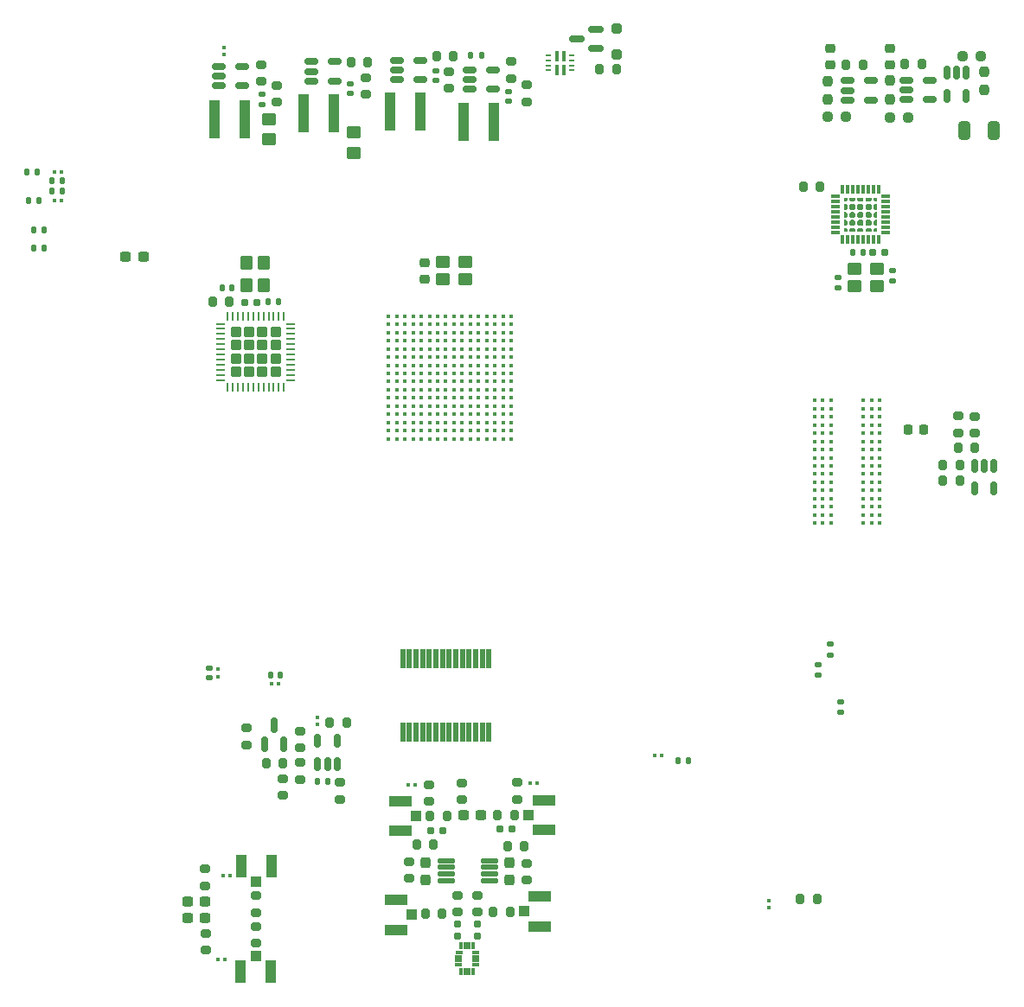
<source format=gbr>
G04 #@! TF.GenerationSoftware,KiCad,Pcbnew,9.0.3-9.0.3-0~ubuntu24.04.1*
G04 #@! TF.CreationDate,2025-07-25T17:12:13+02:00*
G04 #@! TF.ProjectId,acoustic-carrier-board,61636f75-7374-4696-932d-636172726965,rev?*
G04 #@! TF.SameCoordinates,Original*
G04 #@! TF.FileFunction,Paste,Top*
G04 #@! TF.FilePolarity,Positive*
%FSLAX46Y46*%
G04 Gerber Fmt 4.6, Leading zero omitted, Abs format (unit mm)*
G04 Created by KiCad (PCBNEW 9.0.3-9.0.3-0~ubuntu24.04.1) date 2025-07-25 17:12:13*
%MOMM*%
%LPD*%
G01*
G04 APERTURE LIST*
G04 Aperture macros list*
%AMRoundRect*
0 Rectangle with rounded corners*
0 $1 Rounding radius*
0 $2 $3 $4 $5 $6 $7 $8 $9 X,Y pos of 4 corners*
0 Add a 4 corners polygon primitive as box body*
4,1,4,$2,$3,$4,$5,$6,$7,$8,$9,$2,$3,0*
0 Add four circle primitives for the rounded corners*
1,1,$1+$1,$2,$3*
1,1,$1+$1,$4,$5*
1,1,$1+$1,$6,$7*
1,1,$1+$1,$8,$9*
0 Add four rect primitives between the rounded corners*
20,1,$1+$1,$2,$3,$4,$5,0*
20,1,$1+$1,$4,$5,$6,$7,0*
20,1,$1+$1,$6,$7,$8,$9,0*
20,1,$1+$1,$8,$9,$2,$3,0*%
G04 Aperture macros list end*
%ADD10C,0.000000*%
%ADD11RoundRect,0.200000X0.200000X0.275000X-0.200000X0.275000X-0.200000X-0.275000X0.200000X-0.275000X0*%
%ADD12RoundRect,0.150000X-0.512500X-0.150000X0.512500X-0.150000X0.512500X0.150000X-0.512500X0.150000X0*%
%ADD13RoundRect,0.237500X0.237500X-0.300000X0.237500X0.300000X-0.237500X0.300000X-0.237500X-0.300000X0*%
%ADD14RoundRect,0.237500X-0.300000X-0.237500X0.300000X-0.237500X0.300000X0.237500X-0.300000X0.237500X0*%
%ADD15RoundRect,0.135000X-0.185000X0.135000X-0.185000X-0.135000X0.185000X-0.135000X0.185000X0.135000X0*%
%ADD16RoundRect,0.140000X0.170000X-0.140000X0.170000X0.140000X-0.170000X0.140000X-0.170000X-0.140000X0*%
%ADD17RoundRect,0.135000X-0.135000X-0.185000X0.135000X-0.185000X0.135000X0.185000X-0.135000X0.185000X0*%
%ADD18RoundRect,0.010000X-0.225000X0.875000X-0.225000X-0.875000X0.225000X-0.875000X0.225000X0.875000X0*%
%ADD19RoundRect,0.150000X0.587500X0.150000X-0.587500X0.150000X-0.587500X-0.150000X0.587500X-0.150000X0*%
%ADD20RoundRect,0.200000X-0.275000X0.200000X-0.275000X-0.200000X0.275000X-0.200000X0.275000X0.200000X0*%
%ADD21RoundRect,0.135000X0.135000X0.185000X-0.135000X0.185000X-0.135000X-0.185000X0.135000X-0.185000X0*%
%ADD22RoundRect,0.079500X-0.079500X-0.100500X0.079500X-0.100500X0.079500X0.100500X-0.079500X0.100500X0*%
%ADD23C,0.410000*%
%ADD24RoundRect,0.200000X-0.200000X-0.275000X0.200000X-0.275000X0.200000X0.275000X-0.200000X0.275000X0*%
%ADD25RoundRect,0.160000X0.197500X0.160000X-0.197500X0.160000X-0.197500X-0.160000X0.197500X-0.160000X0*%
%ADD26RoundRect,0.200000X0.275000X-0.200000X0.275000X0.200000X-0.275000X0.200000X-0.275000X-0.200000X0*%
%ADD27RoundRect,0.135000X0.185000X-0.135000X0.185000X0.135000X-0.185000X0.135000X-0.185000X-0.135000X0*%
%ADD28RoundRect,0.250000X-0.450000X0.350000X-0.450000X-0.350000X0.450000X-0.350000X0.450000X0.350000X0*%
%ADD29RoundRect,0.237500X0.250000X0.237500X-0.250000X0.237500X-0.250000X-0.237500X0.250000X-0.237500X0*%
%ADD30RoundRect,0.237500X-0.250000X-0.237500X0.250000X-0.237500X0.250000X0.237500X-0.250000X0.237500X0*%
%ADD31RoundRect,0.218750X-0.256250X0.218750X-0.256250X-0.218750X0.256250X-0.218750X0.256250X0.218750X0*%
%ADD32RoundRect,0.079500X0.079500X0.100500X-0.079500X0.100500X-0.079500X-0.100500X0.079500X-0.100500X0*%
%ADD33RoundRect,0.079500X0.100500X-0.079500X0.100500X0.079500X-0.100500X0.079500X-0.100500X-0.079500X0*%
%ADD34R,1.100000X3.700000*%
%ADD35RoundRect,0.237500X0.300000X0.237500X-0.300000X0.237500X-0.300000X-0.237500X0.300000X-0.237500X0*%
%ADD36RoundRect,0.237500X0.237500X-0.250000X0.237500X0.250000X-0.237500X0.250000X-0.237500X-0.250000X0*%
%ADD37RoundRect,0.150000X-0.150000X0.512500X-0.150000X-0.512500X0.150000X-0.512500X0.150000X0.512500X0*%
%ADD38R,1.000000X1.050000*%
%ADD39R,1.050000X2.200000*%
%ADD40RoundRect,0.218750X-0.218750X-0.256250X0.218750X-0.256250X0.218750X0.256250X-0.218750X0.256250X0*%
%ADD41RoundRect,0.250000X-0.270000X-0.270000X0.270000X-0.270000X0.270000X0.270000X-0.270000X0.270000X0*%
%ADD42RoundRect,0.062500X-0.375000X-0.062500X0.375000X-0.062500X0.375000X0.062500X-0.375000X0.062500X0*%
%ADD43RoundRect,0.062500X-0.062500X-0.375000X0.062500X-0.375000X0.062500X0.375000X-0.062500X0.375000X0*%
%ADD44R,1.050000X1.000000*%
%ADD45R,2.200000X1.050000*%
%ADD46RoundRect,0.237500X-0.237500X0.250000X-0.237500X-0.250000X0.237500X-0.250000X0.237500X0.250000X0*%
%ADD47RoundRect,0.140000X0.140000X0.170000X-0.140000X0.170000X-0.140000X-0.170000X0.140000X-0.170000X0*%
%ADD48RoundRect,0.250000X0.450000X0.350000X-0.450000X0.350000X-0.450000X-0.350000X0.450000X-0.350000X0*%
%ADD49RoundRect,0.250000X0.325000X0.650000X-0.325000X0.650000X-0.325000X-0.650000X0.325000X-0.650000X0*%
%ADD50R,0.399999X1.050000*%
%ADD51R,0.599999X0.200000*%
%ADD52RoundRect,0.150000X0.150000X-0.512500X0.150000X0.512500X-0.150000X0.512500X-0.150000X-0.512500X0*%
%ADD53RoundRect,0.010000X-0.406400X0.127000X-0.406400X-0.127000X0.406400X-0.127000X0.406400X0.127000X0*%
%ADD54RoundRect,0.010000X0.127000X0.406400X-0.127000X0.406400X-0.127000X-0.406400X0.127000X-0.406400X0*%
%ADD55RoundRect,0.140000X-0.140000X-0.170000X0.140000X-0.170000X0.140000X0.170000X-0.140000X0.170000X0*%
%ADD56RoundRect,0.045625X0.305375X0.136875X-0.305375X0.136875X-0.305375X-0.136875X0.305375X-0.136875X0*%
%ADD57RoundRect,0.045000X0.256500X0.135000X-0.256500X0.135000X-0.256500X-0.135000X0.256500X-0.135000X0*%
%ADD58RoundRect,0.045000X-0.135000X0.256500X-0.135000X-0.256500X0.135000X-0.256500X0.135000X0.256500X0*%
%ADD59RoundRect,0.250000X-0.250000X0.250000X-0.250000X-0.250000X0.250000X-0.250000X0.250000X0.250000X0*%
%ADD60RoundRect,0.237500X-0.237500X0.300000X-0.237500X-0.300000X0.237500X-0.300000X0.237500X0.300000X0*%
%ADD61RoundRect,0.225000X0.250000X-0.225000X0.250000X0.225000X-0.250000X0.225000X-0.250000X-0.225000X0*%
%ADD62RoundRect,0.165000X0.165000X-0.202500X0.165000X0.202500X-0.165000X0.202500X-0.165000X-0.202500X0*%
%ADD63RoundRect,0.160000X-0.197500X-0.160000X0.197500X-0.160000X0.197500X0.160000X-0.197500X0.160000X0*%
%ADD64RoundRect,0.125500X0.688000X0.125500X-0.688000X0.125500X-0.688000X-0.125500X0.688000X-0.125500X0*%
%ADD65C,0.406000*%
%ADD66RoundRect,0.250000X-0.350000X0.450000X-0.350000X-0.450000X0.350000X-0.450000X0.350000X0.450000X0*%
%ADD67RoundRect,0.160000X0.160000X-0.197500X0.160000X0.197500X-0.160000X0.197500X-0.160000X-0.197500X0*%
%ADD68RoundRect,0.150000X0.150000X-0.587500X0.150000X0.587500X-0.150000X0.587500X-0.150000X-0.587500X0*%
G04 APERTURE END LIST*
D10*
G36*
X127817800Y-70485479D02*
G01*
X127676379Y-70626900D01*
X127472030Y-70626900D01*
X127472030Y-70281130D01*
X127817800Y-70281130D01*
X127817800Y-70485479D01*
G37*
G36*
X127817800Y-73330521D02*
G01*
X127817800Y-73534870D01*
X127472030Y-73534870D01*
X127472030Y-73189100D01*
X127676379Y-73189100D01*
X127817800Y-73330521D01*
G37*
G36*
X130725770Y-70626900D02*
G01*
X130521421Y-70626900D01*
X130380000Y-70485479D01*
X130380000Y-70281130D01*
X130725770Y-70281130D01*
X130725770Y-70626900D01*
G37*
G36*
X130725770Y-73534870D02*
G01*
X130380000Y-73534870D01*
X130380000Y-73330521D01*
X130521421Y-73189100D01*
X130725770Y-73189100D01*
X130725770Y-73534870D01*
G37*
G36*
X127817800Y-70968321D02*
G01*
X127817800Y-71272879D01*
X127676379Y-71414300D01*
X127472030Y-71414300D01*
X127472030Y-70826900D01*
X127676379Y-70826900D01*
X127817800Y-70968321D01*
G37*
G36*
X127817800Y-71755721D02*
G01*
X127817800Y-72060279D01*
X127676379Y-72201700D01*
X127472030Y-72201700D01*
X127472030Y-71614300D01*
X127676379Y-71614300D01*
X127817800Y-71755721D01*
G37*
G36*
X127817800Y-72543121D02*
G01*
X127817800Y-72847679D01*
X127676379Y-72989100D01*
X127472030Y-72989100D01*
X127472030Y-72401700D01*
X127676379Y-72401700D01*
X127817800Y-72543121D01*
G37*
G36*
X128605200Y-70485479D02*
G01*
X128463779Y-70626900D01*
X128159221Y-70626900D01*
X128017800Y-70485479D01*
X128017800Y-70281130D01*
X128605200Y-70281130D01*
X128605200Y-70485479D01*
G37*
G36*
X128605200Y-73330521D02*
G01*
X128605200Y-73534870D01*
X128017800Y-73534870D01*
X128017800Y-73330521D01*
X128159221Y-73189100D01*
X128463779Y-73189100D01*
X128605200Y-73330521D01*
G37*
G36*
X129392600Y-70485479D02*
G01*
X129251179Y-70626900D01*
X128946621Y-70626900D01*
X128805200Y-70485479D01*
X128805200Y-70281130D01*
X129392600Y-70281130D01*
X129392600Y-70485479D01*
G37*
G36*
X129392600Y-73330521D02*
G01*
X129392600Y-73534870D01*
X128805200Y-73534870D01*
X128805200Y-73330521D01*
X128946621Y-73189100D01*
X129251179Y-73189100D01*
X129392600Y-73330521D01*
G37*
G36*
X130180000Y-70485479D02*
G01*
X130038579Y-70626900D01*
X129734021Y-70626900D01*
X129592600Y-70485479D01*
X129592600Y-70281130D01*
X130180000Y-70281130D01*
X130180000Y-70485479D01*
G37*
G36*
X130180000Y-73330521D02*
G01*
X130180000Y-73534870D01*
X129592600Y-73534870D01*
X129592600Y-73330521D01*
X129734021Y-73189100D01*
X130038579Y-73189100D01*
X130180000Y-73330521D01*
G37*
G36*
X130725770Y-71414300D02*
G01*
X130521421Y-71414300D01*
X130380000Y-71272879D01*
X130380000Y-70968321D01*
X130521421Y-70826900D01*
X130725770Y-70826900D01*
X130725770Y-71414300D01*
G37*
G36*
X130725770Y-72201700D02*
G01*
X130521421Y-72201700D01*
X130380000Y-72060279D01*
X130380000Y-71755721D01*
X130521421Y-71614300D01*
X130725770Y-71614300D01*
X130725770Y-72201700D01*
G37*
G36*
X130725770Y-72989100D02*
G01*
X130521421Y-72989100D01*
X130380000Y-72847679D01*
X130380000Y-72543121D01*
X130521421Y-72401700D01*
X130725770Y-72401700D01*
X130725770Y-72989100D01*
G37*
G36*
X128605200Y-70968321D02*
G01*
X128605200Y-71272879D01*
X128463779Y-71414300D01*
X128159221Y-71414300D01*
X128017800Y-71272879D01*
X128017800Y-70968321D01*
X128159221Y-70826900D01*
X128463779Y-70826900D01*
X128605200Y-70968321D01*
G37*
G36*
X128605200Y-71755721D02*
G01*
X128605200Y-72060279D01*
X128463779Y-72201700D01*
X128159221Y-72201700D01*
X128017800Y-72060279D01*
X128017800Y-71755721D01*
X128159221Y-71614300D01*
X128463779Y-71614300D01*
X128605200Y-71755721D01*
G37*
G36*
X128605200Y-72543121D02*
G01*
X128605200Y-72847679D01*
X128463779Y-72989100D01*
X128159221Y-72989100D01*
X128017800Y-72847679D01*
X128017800Y-72543121D01*
X128159221Y-72401700D01*
X128463779Y-72401700D01*
X128605200Y-72543121D01*
G37*
G36*
X129392600Y-70968321D02*
G01*
X129392600Y-71272879D01*
X129251179Y-71414300D01*
X128946621Y-71414300D01*
X128805200Y-71272879D01*
X128805200Y-70968321D01*
X128946621Y-70826900D01*
X129251179Y-70826900D01*
X129392600Y-70968321D01*
G37*
G36*
X129392600Y-71755721D02*
G01*
X129392600Y-72060279D01*
X129251179Y-72201700D01*
X128946621Y-72201700D01*
X128805200Y-72060279D01*
X128805200Y-71755721D01*
X128946621Y-71614300D01*
X129251179Y-71614300D01*
X129392600Y-71755721D01*
G37*
G36*
X129392600Y-72543121D02*
G01*
X129392600Y-72847679D01*
X129251179Y-72989100D01*
X128946621Y-72989100D01*
X128805200Y-72847679D01*
X128805200Y-72543121D01*
X128946621Y-72401700D01*
X129251179Y-72401700D01*
X129392600Y-72543121D01*
G37*
G36*
X130180000Y-70968321D02*
G01*
X130180000Y-71272879D01*
X130038579Y-71414300D01*
X129734021Y-71414300D01*
X129592600Y-71272879D01*
X129592600Y-70968321D01*
X129734021Y-70826900D01*
X130038579Y-70826900D01*
X130180000Y-70968321D01*
G37*
G36*
X130180000Y-71755721D02*
G01*
X130180000Y-72060279D01*
X130038579Y-72201700D01*
X129734021Y-72201700D01*
X129592600Y-72060279D01*
X129592600Y-71755721D01*
X129734021Y-71614300D01*
X130038579Y-71614300D01*
X130180000Y-71755721D01*
G37*
G36*
X130180000Y-72543121D02*
G01*
X130180000Y-72847679D01*
X130038579Y-72989100D01*
X129734021Y-72989100D01*
X129592600Y-72847679D01*
X129592600Y-72543121D01*
X129734021Y-72401700D01*
X130038579Y-72401700D01*
X130180000Y-72543121D01*
G37*
D11*
X89230000Y-56365000D03*
X87580000Y-56365000D03*
D12*
X133617500Y-58730000D03*
X133617500Y-59680000D03*
X133617500Y-60630000D03*
X135892500Y-60630000D03*
X135892500Y-58730000D03*
D13*
X86517500Y-137092500D03*
X86517500Y-135367500D03*
D14*
X63195000Y-139215000D03*
X64920000Y-139215000D03*
D15*
X127190000Y-119610000D03*
X127190000Y-120630000D03*
D16*
X79155000Y-60045000D03*
X79155000Y-59085000D03*
D17*
X49910000Y-69610000D03*
X50930000Y-69610000D03*
D18*
X92735000Y-115410000D03*
X92085000Y-115410000D03*
X91435000Y-115410000D03*
X90785000Y-115410000D03*
X90135000Y-115410000D03*
X89485000Y-115410000D03*
X88835000Y-115410000D03*
X88185000Y-115410000D03*
X87535000Y-115410000D03*
X86885000Y-115410000D03*
X86235000Y-115410000D03*
X85585000Y-115410000D03*
X84935000Y-115410000D03*
X84285000Y-115410000D03*
X84285000Y-122610000D03*
X84935000Y-122610000D03*
X85585000Y-122610000D03*
X86235000Y-122610000D03*
X86885000Y-122610000D03*
X87535000Y-122610000D03*
X88185000Y-122610000D03*
X88835000Y-122610000D03*
X89485000Y-122610000D03*
X90135000Y-122610000D03*
X90785000Y-122610000D03*
X91435000Y-122610000D03*
X92085000Y-122610000D03*
X92735000Y-122610000D03*
D19*
X103227502Y-55629999D03*
X103227502Y-53729999D03*
X101352502Y-54679999D03*
D16*
X70505000Y-61095000D03*
X70505000Y-60135000D03*
D20*
X95525000Y-127535000D03*
X95525000Y-129185000D03*
D21*
X91980000Y-56270000D03*
X90960000Y-56270000D03*
D22*
X66685000Y-136680000D03*
X67375000Y-136680000D03*
D23*
X82900000Y-81850000D03*
X83700000Y-81850000D03*
X84500000Y-81850000D03*
X85300000Y-81850000D03*
X86100000Y-81850000D03*
X86900000Y-81850000D03*
X87700000Y-81850000D03*
X88500000Y-81850000D03*
X89300000Y-81850000D03*
X90100000Y-81850000D03*
X90900000Y-81850000D03*
X91700000Y-81850000D03*
X92500000Y-81850000D03*
X93300000Y-81850000D03*
X94100000Y-81850000D03*
X94900000Y-81850000D03*
X82900000Y-82650000D03*
X83700000Y-82650000D03*
X84500000Y-82650000D03*
X85300000Y-82650000D03*
X86100000Y-82650000D03*
X86900000Y-82650000D03*
X87700000Y-82650000D03*
X88500000Y-82650000D03*
X89300000Y-82650000D03*
X90100000Y-82650000D03*
X90900000Y-82650000D03*
X91700000Y-82650000D03*
X92500000Y-82650000D03*
X93300000Y-82650000D03*
X94100000Y-82650000D03*
X94900000Y-82650000D03*
X82900000Y-83450000D03*
X83700000Y-83450000D03*
X84500000Y-83450000D03*
X85300000Y-83450000D03*
X86100000Y-83450000D03*
X86900000Y-83450000D03*
X87700000Y-83450000D03*
X88500000Y-83450000D03*
X89300000Y-83450000D03*
X90100000Y-83450000D03*
X90900000Y-83450000D03*
X91700000Y-83450000D03*
X92500000Y-83450000D03*
X93300000Y-83450000D03*
X94100000Y-83450000D03*
X94900000Y-83450000D03*
X82900000Y-84250000D03*
X83700000Y-84250000D03*
X84500000Y-84250000D03*
X85300000Y-84250000D03*
X86100000Y-84250000D03*
X86900000Y-84250000D03*
X87700000Y-84250000D03*
X88500000Y-84250000D03*
X89300000Y-84250000D03*
X90100000Y-84250000D03*
X90900000Y-84250000D03*
X91700000Y-84250000D03*
X92500000Y-84250000D03*
X93300000Y-84250000D03*
X94100000Y-84250000D03*
X94900000Y-84250000D03*
X82900000Y-85050000D03*
X83700000Y-85050000D03*
X84500000Y-85050000D03*
X85300000Y-85050000D03*
X86100000Y-85050000D03*
X86900000Y-85050000D03*
X87700000Y-85050000D03*
X88500000Y-85050000D03*
X89300000Y-85050000D03*
X90100000Y-85050000D03*
X90900000Y-85050000D03*
X91700000Y-85050000D03*
X92500000Y-85050000D03*
X93300000Y-85050000D03*
X94100000Y-85050000D03*
X94900000Y-85050000D03*
X82900000Y-85850000D03*
X83700000Y-85850000D03*
X84500000Y-85850000D03*
X85300000Y-85850000D03*
X86100000Y-85850000D03*
X86900000Y-85850000D03*
X87700000Y-85850000D03*
X88500000Y-85850000D03*
X89300000Y-85850000D03*
X90100000Y-85850000D03*
X90900000Y-85850000D03*
X91700000Y-85850000D03*
X92500000Y-85850000D03*
X93300000Y-85850000D03*
X94100000Y-85850000D03*
X94900000Y-85850000D03*
X82900000Y-86650000D03*
X83700000Y-86650000D03*
X84500000Y-86650000D03*
X85300000Y-86650000D03*
X86100000Y-86650000D03*
X86900000Y-86650000D03*
X87700000Y-86650000D03*
X88500000Y-86650000D03*
X89300000Y-86650000D03*
X90100000Y-86650000D03*
X90900000Y-86650000D03*
X91700000Y-86650000D03*
X92500000Y-86650000D03*
X93300000Y-86650000D03*
X94100000Y-86650000D03*
X94900000Y-86650000D03*
X82900000Y-87450000D03*
X83700000Y-87450000D03*
X84500000Y-87450000D03*
X85300000Y-87450000D03*
X86100000Y-87450000D03*
X86900000Y-87450000D03*
X87700000Y-87450000D03*
X88500000Y-87450000D03*
X89300000Y-87450000D03*
X90100000Y-87450000D03*
X90900000Y-87450000D03*
X91700000Y-87450000D03*
X92500000Y-87450000D03*
X93300000Y-87450000D03*
X94100000Y-87450000D03*
X94900000Y-87450000D03*
X82900000Y-88250000D03*
X83700000Y-88250000D03*
X84500000Y-88250000D03*
X85300000Y-88250000D03*
X86100000Y-88250000D03*
X86900000Y-88250000D03*
X87700000Y-88250000D03*
X88500000Y-88250000D03*
X89300000Y-88250000D03*
X90100000Y-88250000D03*
X90900000Y-88250000D03*
X91700000Y-88250000D03*
X92500000Y-88250000D03*
X93300000Y-88250000D03*
X94100000Y-88250000D03*
X94900000Y-88250000D03*
X82900000Y-89050000D03*
X83700000Y-89050000D03*
X84500000Y-89050000D03*
X85300000Y-89050000D03*
X86100000Y-89050000D03*
X86900000Y-89050000D03*
X87700000Y-89050000D03*
X88500000Y-89050000D03*
X89300000Y-89050000D03*
X90100000Y-89050000D03*
X90900000Y-89050000D03*
X91700000Y-89050000D03*
X92500000Y-89050000D03*
X93300000Y-89050000D03*
X94100000Y-89050000D03*
X94900000Y-89050000D03*
X82900000Y-89850000D03*
X83700000Y-89850000D03*
X84500000Y-89850000D03*
X85300000Y-89850000D03*
X86100000Y-89850000D03*
X86900000Y-89850000D03*
X87700000Y-89850000D03*
X88500000Y-89850000D03*
X89300000Y-89850000D03*
X90100000Y-89850000D03*
X90900000Y-89850000D03*
X91700000Y-89850000D03*
X92500000Y-89850000D03*
X93300000Y-89850000D03*
X94100000Y-89850000D03*
X94900000Y-89850000D03*
X82900000Y-90650000D03*
X83700000Y-90650000D03*
X84500000Y-90650000D03*
X85300000Y-90650000D03*
X86100000Y-90650000D03*
X86900000Y-90650000D03*
X87700000Y-90650000D03*
X88500000Y-90650000D03*
X89300000Y-90650000D03*
X90100000Y-90650000D03*
X90900000Y-90650000D03*
X91700000Y-90650000D03*
X92500000Y-90650000D03*
X93300000Y-90650000D03*
X94100000Y-90650000D03*
X94900000Y-90650000D03*
X82900000Y-91450000D03*
X83700000Y-91450000D03*
X84500000Y-91450000D03*
X85300000Y-91450000D03*
X86100000Y-91450000D03*
X86900000Y-91450000D03*
X87700000Y-91450000D03*
X88500000Y-91450000D03*
X89300000Y-91450000D03*
X90100000Y-91450000D03*
X90900000Y-91450000D03*
X91700000Y-91450000D03*
X92500000Y-91450000D03*
X93300000Y-91450000D03*
X94100000Y-91450000D03*
X94900000Y-91450000D03*
X82900000Y-92250000D03*
X83700000Y-92250000D03*
X84500000Y-92250000D03*
X85300000Y-92250000D03*
X86100000Y-92250000D03*
X86900000Y-92250000D03*
X87700000Y-92250000D03*
X88500000Y-92250000D03*
X89300000Y-92250000D03*
X90100000Y-92250000D03*
X90900000Y-92250000D03*
X91700000Y-92250000D03*
X92500000Y-92250000D03*
X93300000Y-92250000D03*
X94100000Y-92250000D03*
X94900000Y-92250000D03*
X82900000Y-93050000D03*
X83700000Y-93050000D03*
X84500000Y-93050000D03*
X85300000Y-93050000D03*
X86100000Y-93050000D03*
X86900000Y-93050000D03*
X87700000Y-93050000D03*
X88500000Y-93050000D03*
X89300000Y-93050000D03*
X90100000Y-93050000D03*
X90900000Y-93050000D03*
X91700000Y-93050000D03*
X92500000Y-93050000D03*
X93300000Y-93050000D03*
X94100000Y-93050000D03*
X94900000Y-93050000D03*
X82900000Y-93850000D03*
X83700000Y-93850000D03*
X84500000Y-93850000D03*
X85300000Y-93850000D03*
X86100000Y-93850000D03*
X86900000Y-93850000D03*
X87700000Y-93850000D03*
X88500000Y-93850000D03*
X89300000Y-93850000D03*
X90100000Y-93850000D03*
X90900000Y-93850000D03*
X91700000Y-93850000D03*
X92500000Y-93850000D03*
X93300000Y-93850000D03*
X94100000Y-93850000D03*
X94900000Y-93850000D03*
D24*
X77150000Y-121667500D03*
X78800000Y-121667500D03*
D25*
X70040000Y-80485000D03*
X68845000Y-80485000D03*
D26*
X74265000Y-124115000D03*
X74265000Y-122465000D03*
D27*
X124990000Y-117010000D03*
X124990000Y-115990000D03*
D28*
X79480000Y-63850000D03*
X79480000Y-65850000D03*
D11*
X138800000Y-96400000D03*
X137150000Y-96400000D03*
D21*
X129330000Y-75613000D03*
X128310000Y-75613000D03*
D17*
X47660000Y-70480000D03*
X48680000Y-70480000D03*
D11*
X94785000Y-140180000D03*
X93135000Y-140180000D03*
D24*
X137150000Y-97950000D03*
X138800000Y-97950000D03*
D29*
X127692500Y-62325000D03*
X125867500Y-62325000D03*
D11*
X125155000Y-69150000D03*
X123505000Y-69150000D03*
D22*
X108935000Y-124880000D03*
X109625000Y-124880000D03*
D30*
X139055000Y-56337500D03*
X140880000Y-56337500D03*
D12*
X66280000Y-57395000D03*
X66280000Y-58345000D03*
X66280000Y-59295000D03*
X68555000Y-59295000D03*
X68555000Y-57395000D03*
D31*
X131955000Y-55625000D03*
X131955000Y-57200000D03*
D20*
X140275000Y-91650000D03*
X140275000Y-93300000D03*
D24*
X127667500Y-57225000D03*
X129317500Y-57225000D03*
D11*
X72590000Y-125620000D03*
X70940000Y-125620000D03*
D32*
X50875000Y-67720000D03*
X50185000Y-67720000D03*
D17*
X47520000Y-67680000D03*
X48540000Y-67680000D03*
D20*
X96417500Y-135417500D03*
X96417500Y-137067500D03*
D12*
X75317500Y-56915000D03*
X75317500Y-57865000D03*
X75317500Y-58815000D03*
X77592500Y-58815000D03*
X77592500Y-56915000D03*
D20*
X91600000Y-138565000D03*
X91600000Y-140215000D03*
D33*
X120120000Y-139745000D03*
X120120000Y-139055000D03*
D26*
X138675000Y-93260000D03*
X138675000Y-91610000D03*
D34*
X90205000Y-62815000D03*
X93205000Y-62815000D03*
D17*
X49900000Y-68600000D03*
X50920000Y-68600000D03*
D25*
X94982500Y-132110000D03*
X93787500Y-132110000D03*
D11*
X96210000Y-133760000D03*
X94560000Y-133760000D03*
D35*
X58902500Y-76020000D03*
X57177500Y-76020000D03*
D17*
X48180000Y-75180000D03*
X49200000Y-75180000D03*
D16*
X132230000Y-78350000D03*
X132230000Y-77390000D03*
D20*
X69930000Y-141605000D03*
X69930000Y-143255000D03*
D16*
X65310000Y-117242500D03*
X65310000Y-116282500D03*
D31*
X126167500Y-55650000D03*
X126167500Y-57225000D03*
D34*
X65855000Y-62570000D03*
X68855000Y-62570000D03*
D36*
X131955000Y-60612500D03*
X131955000Y-58787500D03*
D37*
X142175000Y-96475000D03*
X141225000Y-96475000D03*
X140275000Y-96475000D03*
X140275000Y-98750000D03*
X142175000Y-98750000D03*
D38*
X69960000Y-137235000D03*
D39*
X68485000Y-135710000D03*
X71435000Y-135710000D03*
D11*
X67335000Y-80400000D03*
X65685000Y-80400000D03*
D40*
X133734750Y-92967750D03*
X135309750Y-92967750D03*
D22*
X66215000Y-144830000D03*
X66905000Y-144830000D03*
D27*
X126130000Y-115010000D03*
X126130000Y-113990000D03*
D41*
X67970000Y-83400000D03*
X67970000Y-84690000D03*
X67970000Y-85980000D03*
X67970000Y-87270000D03*
X69260000Y-83400000D03*
X69260000Y-84690000D03*
X69260000Y-85980000D03*
X69260000Y-87270000D03*
X70550000Y-83400000D03*
X70550000Y-84690000D03*
X70550000Y-85980000D03*
X70550000Y-87270000D03*
X71840000Y-83400000D03*
X71840000Y-84690000D03*
X71840000Y-85980000D03*
X71840000Y-87270000D03*
D42*
X66467500Y-82585000D03*
X66467500Y-83085000D03*
X66467500Y-83585000D03*
X66467500Y-84085000D03*
X66467500Y-84585000D03*
X66467500Y-85085000D03*
X66467500Y-85585000D03*
X66467500Y-86085000D03*
X66467500Y-86585000D03*
X66467500Y-87085000D03*
X66467500Y-87585000D03*
X66467500Y-88085000D03*
D43*
X67155000Y-88772500D03*
X67655000Y-88772500D03*
X68155000Y-88772500D03*
X68655000Y-88772500D03*
X69155000Y-88772500D03*
X69655000Y-88772500D03*
X70155000Y-88772500D03*
X70655000Y-88772500D03*
X71155000Y-88772500D03*
X71655000Y-88772500D03*
X72155000Y-88772500D03*
X72655000Y-88772500D03*
D42*
X73342500Y-88085000D03*
X73342500Y-87585000D03*
X73342500Y-87085000D03*
X73342500Y-86585000D03*
X73342500Y-86085000D03*
X73342500Y-85585000D03*
X73342500Y-85085000D03*
X73342500Y-84585000D03*
X73342500Y-84085000D03*
X73342500Y-83585000D03*
X73342500Y-83085000D03*
X73342500Y-82585000D03*
D43*
X72655000Y-81897500D03*
X72155000Y-81897500D03*
X71655000Y-81897500D03*
X71155000Y-81897500D03*
X70655000Y-81897500D03*
X70155000Y-81897500D03*
X69655000Y-81897500D03*
X69155000Y-81897500D03*
X68655000Y-81897500D03*
X68155000Y-81897500D03*
X67655000Y-81897500D03*
X67155000Y-81897500D03*
D44*
X96135000Y-140130000D03*
D45*
X97660000Y-138655000D03*
X97660000Y-141605000D03*
D46*
X141217500Y-57875000D03*
X141217500Y-59700000D03*
D16*
X126910000Y-79043000D03*
X126910000Y-78083000D03*
D47*
X72110000Y-80400000D03*
X71150000Y-80400000D03*
D48*
X130710000Y-77163000D03*
X128510000Y-77163000D03*
X128510000Y-78863000D03*
X130710000Y-78863000D03*
D49*
X142175000Y-63640000D03*
X139225000Y-63640000D03*
D50*
X99375002Y-57695000D03*
X100075001Y-57695000D03*
D51*
X100850000Y-57770001D03*
X100850000Y-57270000D03*
X100850000Y-56770000D03*
X100850000Y-56269999D03*
D50*
X100075001Y-56345000D03*
X99375002Y-56345000D03*
D51*
X98550002Y-56269999D03*
X98550002Y-56770000D03*
X98550002Y-57270000D03*
X98550002Y-57770001D03*
D29*
X133767500Y-62400000D03*
X131942500Y-62400000D03*
D44*
X85572500Y-130800000D03*
D45*
X84047500Y-132275000D03*
X84047500Y-129325000D03*
D11*
X140320000Y-94755000D03*
X138670000Y-94755000D03*
D26*
X94930000Y-58540000D03*
X94930000Y-56890000D03*
D20*
X89630000Y-138575000D03*
X89630000Y-140225000D03*
D11*
X80867500Y-57010000D03*
X79217500Y-57010000D03*
D47*
X72325000Y-116977500D03*
X71365000Y-116977500D03*
D52*
X75975000Y-125712500D03*
X76925000Y-125712500D03*
X77875000Y-125712500D03*
X77875000Y-123437500D03*
X75975000Y-123437500D03*
D14*
X90222500Y-130745000D03*
X91947500Y-130745000D03*
D44*
X85162500Y-140460000D03*
D45*
X83637500Y-141935000D03*
X83637500Y-138985000D03*
D53*
X131550000Y-73686000D03*
X131550000Y-73178000D03*
X131550000Y-72670000D03*
X131550000Y-72162000D03*
X131550000Y-71654000D03*
X131550000Y-71146000D03*
X131550000Y-70638000D03*
X131550000Y-70130000D03*
D54*
X130876900Y-69456900D03*
X130368900Y-69456900D03*
X129860900Y-69456900D03*
X129352900Y-69456900D03*
X128844900Y-69456900D03*
X128336900Y-69456900D03*
X127828900Y-69456900D03*
X127320900Y-69456900D03*
D53*
X126647800Y-70130000D03*
X126647800Y-70638000D03*
X126647800Y-71146000D03*
X126647800Y-71654000D03*
X126647800Y-72162000D03*
X126647800Y-72670000D03*
X126647800Y-73178000D03*
X126647800Y-73686000D03*
D54*
X127320900Y-74359100D03*
X127828900Y-74359100D03*
X128336900Y-74359100D03*
X128844900Y-74359100D03*
X129352900Y-74359100D03*
X129860900Y-74359100D03*
X130368900Y-74359100D03*
X130876900Y-74359100D03*
D21*
X112290000Y-125390000D03*
X111270000Y-125390000D03*
D55*
X66580000Y-79090000D03*
X67540000Y-79090000D03*
D20*
X88817500Y-57860000D03*
X88817500Y-59510000D03*
D37*
X139467500Y-58012500D03*
X138517500Y-58012500D03*
X137567500Y-58012500D03*
X137567500Y-60287500D03*
X139467500Y-60287500D03*
D26*
X64930000Y-137655000D03*
X64930000Y-136005000D03*
D56*
X89796500Y-144160000D03*
D57*
X89746500Y-144560000D03*
X89746500Y-144960000D03*
X89746500Y-145360000D03*
D58*
X89991500Y-146005000D03*
X90391500Y-146005000D03*
X90791500Y-146005000D03*
X91191500Y-146005000D03*
D57*
X91436500Y-145360000D03*
X91436500Y-144960000D03*
X91436500Y-144560000D03*
X91436500Y-144160000D03*
D58*
X91191500Y-143515000D03*
X90791500Y-143515000D03*
X90391500Y-143515000D03*
X89991500Y-143515000D03*
D59*
X105230000Y-53682500D03*
X105230000Y-56182500D03*
D26*
X69015000Y-123815000D03*
X69015000Y-122165000D03*
D12*
X127855000Y-58787500D03*
X127855000Y-59737500D03*
X127855000Y-60687500D03*
X130130000Y-60687500D03*
X130130000Y-58787500D03*
D26*
X84867500Y-136905000D03*
X84867500Y-135255000D03*
D33*
X66820000Y-56245000D03*
X66820000Y-55555000D03*
D25*
X131507500Y-75613000D03*
X130312500Y-75613000D03*
D38*
X69900000Y-144535000D03*
D39*
X71375000Y-146060000D03*
X68425000Y-146060000D03*
D26*
X78165000Y-129162500D03*
X78165000Y-127512500D03*
D55*
X75975000Y-127417500D03*
X76935000Y-127417500D03*
D60*
X94767500Y-135367500D03*
X94767500Y-137092500D03*
D32*
X85485000Y-127720000D03*
X84795000Y-127720000D03*
D61*
X86445000Y-78195000D03*
X86445000Y-76645000D03*
D14*
X63195000Y-140815000D03*
X64920000Y-140815000D03*
D26*
X74265000Y-127215000D03*
X74265000Y-125565000D03*
D62*
X89691500Y-142607500D03*
X89691500Y-141412500D03*
D11*
X88620000Y-130840000D03*
X86970000Y-130840000D03*
D28*
X71190000Y-62530000D03*
X71190000Y-64530000D03*
D16*
X94630000Y-60815000D03*
X94630000Y-59855000D03*
D63*
X87037500Y-132260000D03*
X88232500Y-132260000D03*
D20*
X86860000Y-127710000D03*
X86860000Y-129360000D03*
X96430000Y-59190000D03*
X96430000Y-60840000D03*
D16*
X87505000Y-58745000D03*
X87505000Y-57785000D03*
D24*
X85660000Y-133610000D03*
X87310000Y-133610000D03*
D22*
X96735000Y-127560000D03*
X97425000Y-127560000D03*
D64*
X92797500Y-137135000D03*
X92797500Y-136485000D03*
X92797500Y-135835000D03*
X92797500Y-135185000D03*
X88572500Y-135185000D03*
X88572500Y-135835000D03*
X88572500Y-136485000D03*
X88572500Y-137135000D03*
D17*
X48140000Y-73370000D03*
X49160000Y-73370000D03*
D20*
X71955000Y-59240000D03*
X71955000Y-60890000D03*
D26*
X90060000Y-129225000D03*
X90060000Y-127575000D03*
D24*
X103540000Y-57660000D03*
X105190000Y-57660000D03*
D26*
X72575000Y-128805000D03*
X72575000Y-127155000D03*
D33*
X66240000Y-117135000D03*
X66240000Y-116445000D03*
D65*
X124592250Y-90107750D03*
X125392250Y-90107750D03*
X126192250Y-90107750D03*
X129392250Y-90107750D03*
X130192250Y-90107750D03*
X130992250Y-90107750D03*
X124592250Y-90907750D03*
X125392250Y-90907750D03*
X126192250Y-90907750D03*
X129392250Y-90907750D03*
X130192250Y-90907750D03*
X130992250Y-90907750D03*
X124592250Y-91707750D03*
X125392250Y-91707750D03*
X126192250Y-91707750D03*
X129392250Y-91707750D03*
X130192250Y-91707750D03*
X130992250Y-91707750D03*
X124592250Y-92507750D03*
X125392250Y-92507750D03*
X126192250Y-92507750D03*
X129392250Y-92507750D03*
X130192250Y-92507750D03*
X130992250Y-92507750D03*
X124592250Y-93307750D03*
X125392250Y-93307750D03*
X126192250Y-93307750D03*
X129392250Y-93307750D03*
X130192250Y-93307750D03*
X130992250Y-93307750D03*
X124592250Y-94107750D03*
X125392250Y-94107750D03*
X126192250Y-94107750D03*
X129392250Y-94107750D03*
X130192250Y-94107750D03*
X130992250Y-94107750D03*
X124592250Y-94907750D03*
X125392250Y-94907750D03*
X126192250Y-94907750D03*
X129392250Y-94907750D03*
X130192250Y-94907750D03*
X130992250Y-94907750D03*
X124592250Y-95707750D03*
X125392250Y-95707750D03*
X126192250Y-95707750D03*
X129392250Y-95707750D03*
X130192250Y-95707750D03*
X130992250Y-95707750D03*
X124592250Y-96507750D03*
X125392250Y-96507750D03*
X126192250Y-96507750D03*
X129392250Y-96507750D03*
X130192250Y-96507750D03*
X130992250Y-96507750D03*
X124592250Y-97307750D03*
X125392250Y-97307750D03*
X126192250Y-97307750D03*
X129392250Y-97307750D03*
X130192250Y-97307750D03*
X130992250Y-97307750D03*
X124592250Y-98107750D03*
X125392250Y-98107750D03*
X126192250Y-98107750D03*
X129392250Y-98107750D03*
X130192250Y-98107750D03*
X130992250Y-98107750D03*
X124592250Y-98907750D03*
X125392250Y-98907750D03*
X126192250Y-98907750D03*
X129392250Y-98907750D03*
X130192250Y-98907750D03*
X130992250Y-98907750D03*
X124592250Y-99707750D03*
X125392250Y-99707750D03*
X126192250Y-99707750D03*
X129392250Y-99707750D03*
X130192250Y-99707750D03*
X130992250Y-99707750D03*
X124592250Y-100507750D03*
X125392250Y-100507750D03*
X126192250Y-100507750D03*
X129392250Y-100507750D03*
X130192250Y-100507750D03*
X130992250Y-100507750D03*
X124592250Y-101307750D03*
X125392250Y-101307750D03*
X126192250Y-101307750D03*
X129392250Y-101307750D03*
X130192250Y-101307750D03*
X130992250Y-101307750D03*
X124592250Y-102107750D03*
X125392250Y-102107750D03*
X126192250Y-102107750D03*
X129392250Y-102107750D03*
X130192250Y-102107750D03*
X130992250Y-102107750D03*
D36*
X125892500Y-60650000D03*
X125892500Y-58825000D03*
D34*
X74555000Y-61965000D03*
X77555000Y-61965000D03*
D44*
X96610000Y-130715000D03*
D45*
X98135000Y-129240000D03*
X98135000Y-132190000D03*
D24*
X93570000Y-130740000D03*
X95220000Y-130740000D03*
X123205000Y-138890000D03*
X124855000Y-138890000D03*
D32*
X72095000Y-117860000D03*
X71405000Y-117860000D03*
X50885000Y-70480000D03*
X50195000Y-70480000D03*
D11*
X88155000Y-140370000D03*
X86505000Y-140370000D03*
D26*
X65000000Y-143925000D03*
X65000000Y-142275000D03*
D34*
X83005000Y-61815000D03*
X86005000Y-61815000D03*
D33*
X75945000Y-121822500D03*
X75945000Y-121132500D03*
D24*
X133430000Y-57100000D03*
X135080000Y-57100000D03*
D66*
X69000000Y-76610000D03*
X69000000Y-78810000D03*
X70700000Y-78810000D03*
X70700000Y-76610000D03*
D12*
X83730000Y-56765000D03*
X83730000Y-57715000D03*
X83730000Y-58665000D03*
X86005000Y-58665000D03*
X86005000Y-56765000D03*
D48*
X90440000Y-76560000D03*
X88240000Y-76560000D03*
X88240000Y-78260000D03*
X90440000Y-78260000D03*
D67*
X91600000Y-142587500D03*
X91600000Y-141392500D03*
D20*
X80692500Y-58485000D03*
X80692500Y-60135000D03*
D26*
X69920000Y-140245000D03*
X69920000Y-138595000D03*
D68*
X70735000Y-123797500D03*
X72635000Y-123797500D03*
X71685000Y-121922500D03*
D26*
X70405000Y-58840000D03*
X70405000Y-57190000D03*
D12*
X90805000Y-57715000D03*
X90805000Y-58665000D03*
X90805000Y-59615000D03*
X93080000Y-59615000D03*
X93080000Y-57715000D03*
M02*

</source>
